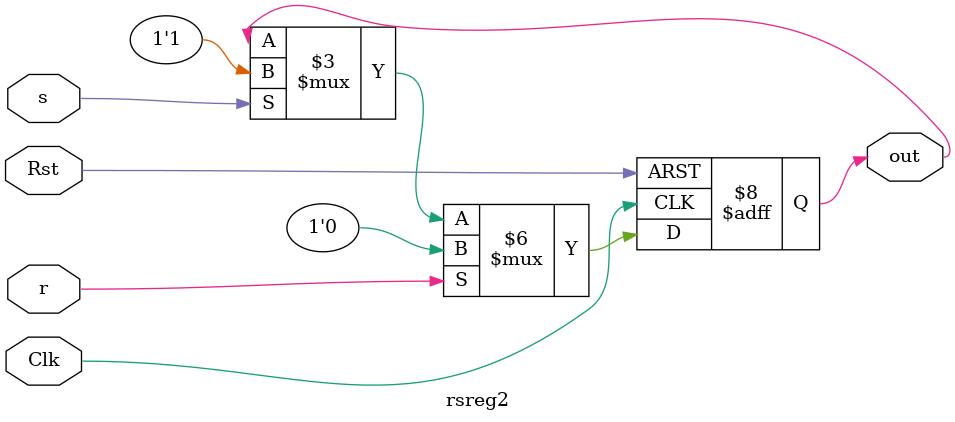
<source format=v>
module faccel
(input Clk, Rst, we, input [1:0] a, input [3:0] d, output [31:0] out);

    wire we1, we2, go, gopulse, done, status;
    wire [1:0] rdsel;
    wire [3:0] n;
    wire [31:0] nf, nfsig;
    
    assign gopulse = we & d[0];

    adecoder        AD (we, a, we1, we2, rdsel);
    register  #(4)  N  (Clk, Rst, we1, d, n);
    register  #(1)  G  (Clk, Rst, we2, d[0], go);
    Factorial #(4)  F  (Clk, Rst, gopulse, n, done, nf);
    register  #(32) NF (Clk, Rst, done, nf, nfsig);
    rsreg2          S  (Clk, Rst, gopulse, done, status);
    mux4      #(32) M  ({27'b0, n}, {30'b0, go}, {30'b0, status}, nfsig, rdsel, out);

endmodule

module adecoder
(input we, input [1:0] a, output reg we1, we2, output [1:0] rdsel);

    assign rdsel = a;

    always @ (we, a)
    begin
        case ({we, a})
            3'b100: begin we1 = 1; we2 = 0; end
            3'b101: begin we1 = 0; we2 = 1; end
            default: begin we1 = 0; we2 = 0; end
        endcase
    end

endmodule

module rsreg2
(input Clk, Rst, r, s, output reg out);

    always @ (posedge Clk, posedge Rst)
    begin
        if (Rst) out <= 0;
        else if (r) out <= 0;
        else if (s) out <= 1;
        else out <= out;
    end

endmodule

</source>
